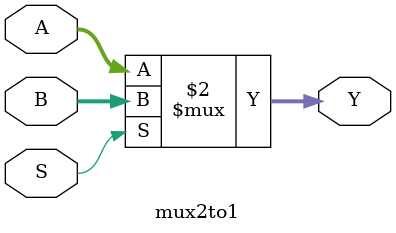
<source format=v>

module mux2to1(A, B, S, Y);
    parameter   size = 4;
    input  wire [size - 1: 0]  A;
    input  wire [size - 1: 0]  B;
    input  wire                S;
    output wire [size - 1: 0]  Y;

    assign Y = (S == 1'b1) ? B: A;
    
endmodule

</source>
